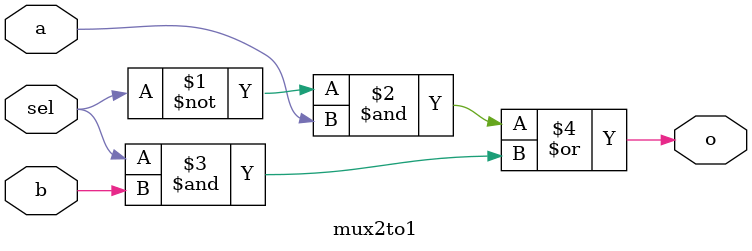
<source format=sv>
module mux2to1(
	input wire a,
	input wire b,
	input wire sel,
	output wire o
	);
	assign o = (~sel & a) | (sel & b);
	
endmodule
	
	
</source>
